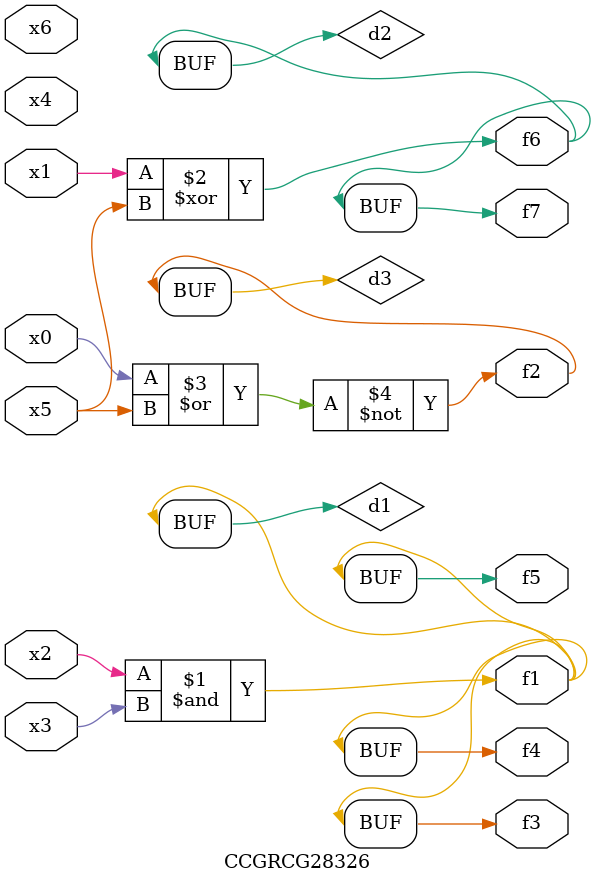
<source format=v>
module CCGRCG28326(
	input x0, x1, x2, x3, x4, x5, x6,
	output f1, f2, f3, f4, f5, f6, f7
);

	wire d1, d2, d3;

	and (d1, x2, x3);
	xor (d2, x1, x5);
	nor (d3, x0, x5);
	assign f1 = d1;
	assign f2 = d3;
	assign f3 = d1;
	assign f4 = d1;
	assign f5 = d1;
	assign f6 = d2;
	assign f7 = d2;
endmodule

</source>
